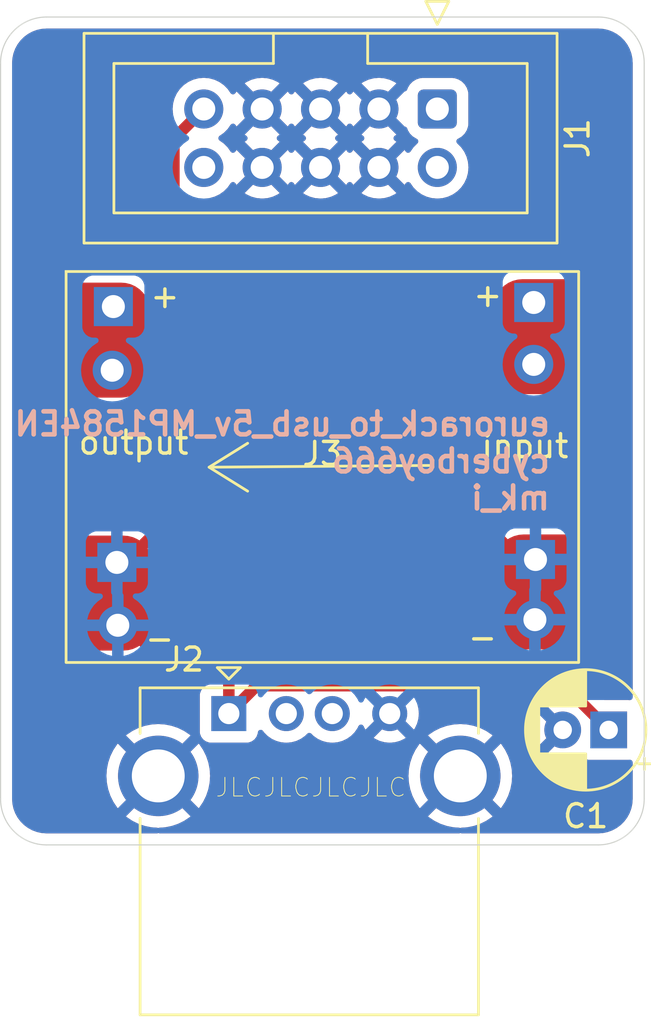
<source format=kicad_pcb>
(kicad_pcb (version 20240108) (generator "pcbnew") (generator_version "8.0")
  (layers (0 "F.Cu" signal) (31 "B.Cu" signal) (34 "B.Paste" user) (35 "F.Paste" user) (36 "B.SilkS" user "B.Silkscreen") (37 "F.SilkS" user "F.Silkscreen") (38 "B.Mask" user) (39 "F.Mask" user) (44 "Edge.Cuts" user))
  (net 0 "")
  (net 1 "GND")
  (net 7 "Net-(J2-VBUS)")
  (net 8 "Net-(J1-Pin_9)")
  (footprint "Connector_USB:USB_A_CONNFLY_DS1095-WNR0" (layer "F.Cu") (at 144.93 106.29)
    (property "Reference" "J2" (at -1.95 -2.35 0) (layer "F.SilkS"))
    (property "Value" "usb-a-horizontal")
    (fp_line (start -3.86 -1.12) (end -3.86 0.86) (stroke (width 0.12)) (layer "F.SilkS"))
    (fp_line (start -3.86 -1.12) (end 10.86 -1.12) (stroke (width 0.12)) (layer "F.SilkS"))
    (fp_line (start -3.86 4.56) (end -3.86 13.1) (stroke (width 0.12)) (layer "F.SilkS"))
    (fp_line (start -3.86 13.1) (end 10.86 13.1) (stroke (width 0.12)) (layer "F.SilkS"))
    (fp_line (start -0.5 -2) (end 0 -1.5) (stroke (width 0.12)) (layer "F.SilkS"))
    (fp_line (start 0 -1.5) (end 0.5 -2) (stroke (width 0.12)) (layer "F.SilkS"))
    (fp_line (start 0.5 -2) (end -0.5 -2) (stroke (width 0.12)) (layer "F.SilkS"))
    (fp_line (start 10.86 0.86) (end 10.86 -1.12) (stroke (width 0.12)) (layer "F.SilkS"))
    (fp_line (start 10.86 4.56) (end 10.86 13.1) (stroke (width 0.12)) (layer "F.SilkS"))
    (pad "1" thru_hole rect (at 0 0) (size 1.524 1.524) (drill 0.92) (layers "*.Cu" "*.Mask") (net 7 "Net-(J2-VBUS)"))
    (pad "2" thru_hole circle (at 2.5 0) (size 1.524 1.524) (drill 0.92) (layers "*.Cu" "*.Mask"))
    (pad "3" thru_hole circle (at 4.5 0) (size 1.524 1.524) (drill 0.92) (layers "*.Cu" "*.Mask"))
    (pad "4" thru_hole circle (at 7 0) (size 1.524 1.524) (drill 0.92) (layers "*.Cu" "*.Mask") (net 1 "GND"))
    (pad "5" thru_hole circle (at -3.07 2.71) (size 3.5 3.5) (drill 2.3) (layers "*.Cu" "*.Mask") (net 1 "GND"))
    (pad "5" thru_hole circle (at 10.07 2.71) (size 3.5 3.5) (drill 2.3) (layers "*.Cu" "*.Mask") (net 1 "GND"))
  )
  (footprint "Capacitor_THT:CP_Radial_D5.0mm_P2.00mm" (layer "F.Cu") (at 161.455112 107 180)
    (property "Reference" "C1" (at 1 -3.75 0) (layer "F.SilkS"))
    (property "Value" "220u")
    (fp_line (start 3.601 -0.284) (end 3.601 0.284) (stroke (width 0.12)) (layer "F.SilkS"))
    (fp_line (start 3.561 -0.518) (end 3.561 0.518) (stroke (width 0.12)) (layer "F.SilkS"))
    (fp_line (start 3.521 -0.677) (end 3.521 0.677) (stroke (width 0.12)) (layer "F.SilkS"))
    (fp_line (start 3.481 -0.805) (end 3.481 0.805) (stroke (width 0.12)) (layer "F.SilkS"))
    (fp_line (start 3.441 -0.915) (end 3.441 0.915) (stroke (width 0.12)) (layer "F.SilkS"))
    (fp_line (start 3.401 -1.011) (end 3.401 1.011) (stroke (width 0.12)) (layer "F.SilkS"))
    (fp_line (start 3.361 -1.098) (end 3.361 1.098) (stroke (width 0.12)) (layer "F.SilkS"))
    (fp_line (start 3.321 -1.178) (end 3.321 1.178) (stroke (width 0.12)) (layer "F.SilkS"))
    (fp_line (start 3.281 -1.251) (end 3.281 1.251) (stroke (width 0.12)) (layer "F.SilkS"))
    (fp_line (start 3.241 -1.319) (end 3.241 1.319) (stroke (width 0.12)) (layer "F.SilkS"))
    (fp_line (start 3.201 -1.383) (end 3.201 1.383) (stroke (width 0.12)) (layer "F.SilkS"))
    (fp_line (start 3.161 -1.443) (end 3.161 1.443) (stroke (width 0.12)) (layer "F.SilkS"))
    (fp_line (start 3.121 -1.5) (end 3.121 1.5) (stroke (width 0.12)) (layer "F.SilkS"))
    (fp_line (start 3.081 -1.554) (end 3.081 1.554) (stroke (width 0.12)) (layer "F.SilkS"))
    (fp_line (start 3.041 -1.605) (end 3.041 1.605) (stroke (width 0.12)) (layer "F.SilkS"))
    (fp_line (start 3.001 1.04) (end 3.001 1.653) (stroke (width 0.12)) (layer "F.SilkS"))
    (fp_line (start 3.001 -1.653) (end 3.001 -1.04) (stroke (width 0.12)) (layer "F.SilkS"))
    (fp_line (start 2.961 1.04) (end 2.961 1.699) (stroke (width 0.12)) (layer "F.SilkS"))
    (fp_line (start 2.961 -1.699) (end 2.961 -1.04) (stroke (width 0.12)) (layer "F.SilkS"))
    (fp_line (start 2.921 1.04) (end 2.921 1.743) (stroke (width 0.12)) (layer "F.SilkS"))
    (fp_line (start 2.921 -1.743) (end 2.921 -1.04) (stroke (width 0.12)) (layer "F.SilkS"))
    (fp_line (start 2.881 1.04) (end 2.881 1.785) (stroke (width 0.12)) (layer "F.SilkS"))
    (fp_line (start 2.881 -1.785) (end 2.881 -1.04) (stroke (width 0.12)) (layer "F.SilkS"))
    (fp_line (start 2.841 1.04) (end 2.841 1.826) (stroke (width 0.12)) (layer "F.SilkS"))
    (fp_line (start 2.841 -1.826) (end 2.841 -1.04) (stroke (width 0.12)) (layer "F.SilkS"))
    (fp_line (start 2.801 1.04) (end 2.801 1.864) (stroke (width 0.12)) (layer "F.SilkS"))
    (fp_line (start 2.801 -1.864) (end 2.801 -1.04) (stroke (width 0.12)) (layer "F.SilkS"))
    (fp_line (start 2.761 1.04) (end 2.761 1.901) (stroke (width 0.12)) (layer "F.SilkS"))
    (fp_line (start 2.761 -1.901) (end 2.761 -1.04) (stroke (width 0.12)) (layer "F.SilkS"))
    (fp_line (start 2.721 1.04) (end 2.721 1.937) (stroke (width 0.12)) (layer "F.SilkS"))
    (fp_line (start 2.721 -1.937) (end 2.721 -1.04) (stroke (width 0.12)) (layer "F.SilkS"))
    (fp_line (start 2.681 1.04) (end 2.681 1.971) (stroke (width 0.12)) (layer "F.SilkS"))
    (fp_line (start 2.681 -1.971) (end 2.681 -1.04) (stroke (width 0.12)) (layer "F.SilkS"))
    (fp_line (start 2.641 1.04) (end 2.641 2.004) (stroke (width 0.12)) (layer "F.SilkS"))
    (fp_line (start 2.641 -2.004) (end 2.641 -1.04) (stroke (width 0.12)) (layer "F.SilkS"))
    (fp_line (start 2.601 1.04) (end 2.601 2.035) (stroke (width 0.12)) (layer "F.SilkS"))
    (fp_line (start 2.601 -2.035) (end 2.601 -1.04) (stroke (width 0.12)) (layer "F.SilkS"))
    (fp_line (start 2.561 1.04) (end 2.561 2.065) (stroke (width 0.12)) (layer "F.SilkS"))
    (fp_line (start 2.561 -2.065) (end 2.561 -1.04) (stroke (width 0.12)) (layer "F.SilkS"))
    (fp_line (start 2.521 1.04) (end 2.521 2.095) (stroke (width 0.12)) (layer "F.SilkS"))
    (fp_line (start 2.521 -2.095) (end 2.521 -1.04) (stroke (width 0.12)) (layer "F.SilkS"))
    (fp_line (start 2.481 1.04) (end 2.481 2.122) (stroke (width 0.12)) (layer "F.SilkS"))
    (fp_line (start 2.481 -2.122) (end 2.481 -1.04) (stroke (width 0.12)) (layer "F.SilkS"))
    (fp_line (start 2.441 1.04) (end 2.441 2.149) (stroke (width 0.12)) (layer "F.SilkS"))
    (fp_line (start 2.441 -2.149) (end 2.441 -1.04) (stroke (width 0.12)) (layer "F.SilkS"))
    (fp_line (start 2.401 1.04) (end 2.401 2.175) (stroke (width 0.12)) (layer "F.SilkS"))
    (fp_line (start 2.401 -2.175) (end 2.401 -1.04) (stroke (width 0.12)) (layer "F.SilkS"))
    (fp_line (start 2.361 1.04) (end 2.361 2.2) (stroke (width 0.12)) (layer "F.SilkS"))
    (fp_line (start 2.361 -2.2) (end 2.361 -1.04) (stroke (width 0.12)) (layer "F.SilkS"))
    (fp_line (start 2.321 1.04) (end 2.321 2.224) (stroke (width 0.12)) (layer "F.SilkS"))
    (fp_line (start 2.321 -2.224) (end 2.321 -1.04) (stroke (width 0.12)) (layer "F.SilkS"))
    (fp_line (start 2.281 1.04) (end 2.281 2.247) (stroke (width 0.12)) (layer "F.SilkS"))
    (fp_line (start 2.281 -2.247) (end 2.281 -1.04) (stroke (width 0.12)) (layer "F.SilkS"))
    (fp_line (start 2.241 1.04) (end 2.241 2.268) (stroke (width 0.12)) (layer "F.SilkS"))
    (fp_line (start 2.241 -2.268) (end 2.241 -1.04) (stroke (width 0.12)) (layer "F.SilkS"))
    (fp_line (start 2.201 1.04) (end 2.201 2.29) (stroke (width 0.12)) (layer "F.SilkS"))
    (fp_line (start 2.201 -2.29) (end 2.201 -1.04) (stroke (width 0.12)) (layer "F.SilkS"))
    (fp_line (start 2.161 1.04) (end 2.161 2.31) (stroke (width 0.12)) (layer "F.SilkS"))
    (fp_line (start 2.161 -2.31) (end 2.161 -1.04) (stroke (width 0.12)) (layer "F.SilkS"))
    (fp_line (start 2.121 1.04) (end 2.121 2.329) (stroke (width 0.12)) (layer "F.SilkS"))
    (fp_line (start 2.121 -2.329) (end 2.121 -1.04) (stroke (width 0.12)) (layer "F.SilkS"))
    (fp_line (start 2.081 1.04) (end 2.081 2.348) (stroke (width 0.12)) (layer "F.SilkS"))
    (fp_line (start 2.081 -2.348) (end 2.081 -1.04) (stroke (width 0.12)) (layer "F.SilkS"))
    (fp_line (start 2.041 1.04) (end 2.041 2.365) (stroke (width 0.12)) (layer "F.SilkS"))
    (fp_line (start 2.041 -2.365) (end 2.041 -1.04) (stroke (width 0.12)) (layer "F.SilkS"))
    (fp_line (start 2.001 1.04) (end 2.001 2.382) (stroke (width 0.12)) (layer "F.SilkS"))
    (fp_line (start 2.001 -2.382) (end 2.001 -1.04) (stroke (width 0.12)) (layer "F.SilkS"))
    (fp_line (start 1.961 1.04) (end 1.961 2.398) (stroke (width 0.12)) (layer "F.SilkS"))
    (fp_line (start 1.961 -2.398) (end 1.961 -1.04) (stroke (width 0.12)) (layer "F.SilkS"))
    (fp_line (start 1.921 1.04) (end 1.921 2.414) (stroke (width 0.12)) (layer "F.SilkS"))
    (fp_line (start 1.921 -2.414) (end 1.921 -1.04) (stroke (width 0.12)) (layer "F.SilkS"))
    (fp_line (start 1.881 1.04) (end 1.881 2.428) (stroke (width 0.12)) (layer "F.SilkS"))
    (fp_line (start 1.881 -2.428) (end 1.881 -1.04) (stroke (width 0.12)) (layer "F.SilkS"))
    (fp_line (start 1.841 1.04) (end 1.841 2.442) (stroke (width 0.12)) (layer "F.SilkS"))
    (fp_line (start 1.841 -2.442) (end 1.841 -1.04) (stroke (width 0.12)) (layer "F.SilkS"))
    (fp_line (start 1.801 1.04) (end 1.801 2.455) (stroke (width 0.12)) (layer "F.SilkS"))
    (fp_line (start 1.801 -2.455) (end 1.801 -1.04) (stroke (width 0.12)) (layer "F.SilkS"))
    (fp_line (start 1.761 1.04) (end 1.761 2.468) (stroke (width 0.12)) (layer "F.SilkS"))
    (fp_line (start 1.761 -2.468) (end 1.761 -1.04) (stroke (width 0.12)) (layer "F.SilkS"))
    (fp_line (start 1.721 1.04) (end 1.721 2.48) (stroke (width 0.12)) (layer "F.SilkS"))
    (fp_line (start 1.721 -2.48) (end 1.721 -1.04) (stroke (width 0.12)) (layer "F.SilkS"))
    (fp_line (start 1.68 1.04) (end 1.68 2.491) (stroke (width 0.12)) (layer "F.SilkS"))
    (fp_line (start 1.68 -2.491) (end 1.68 -1.04) (stroke (width 0.12)) (layer "F.SilkS"))
    (fp_line (start 1.64 1.04) (end 1.64 2.501) (stroke (width 0.12)) (layer "F.SilkS"))
    (fp_line (start 1.64 -2.501) (end 1.64 -1.04) (stroke (width 0.12)) (layer "F.SilkS"))
    (fp_line (start 1.6 1.04) (end 1.6 2.511) (stroke (width 0.12)) (layer "F.SilkS"))
    (fp_line (start 1.6 -2.511) (end 1.6 -1.04) (stroke (width 0.12)) (layer "F.SilkS"))
    (fp_line (start 1.56 1.04) (end 1.56 2.52) (stroke (width 0.12)) (layer "F.SilkS"))
    (fp_line (start 1.56 -2.52) (end 1.56 -1.04) (stroke (width 0.12)) (layer "F.SilkS"))
    (fp_line (start 1.52 1.04) (end 1.52 2.528) (stroke (width 0.12)) (layer "F.SilkS"))
    (fp_line (start 1.52 -2.528) (end 1.52 -1.04) (stroke (width 0.12)) (layer "F.SilkS"))
    (fp_line (start 1.48 1.04) (end 1.48 2.536) (stroke (width 0.12)) (layer "F.SilkS"))
    (fp_line (start 1.48 -2.536) (end 1.48 -1.04) (stroke (width 0.12)) (layer "F.SilkS"))
    (fp_line (start 1.44 1.04) (end 1.44 2.543) (stroke (width 0.12)) (layer "F.SilkS"))
    (fp_line (start 1.44 -2.543) (end 1.44 -1.04) (stroke (width 0.12)) (layer "F.SilkS"))
    (fp_line (start 1.4 1.04) (end 1.4 2.55) (stroke (width 0.12)) (layer "F.SilkS"))
    (fp_line (start 1.4 -2.55) (end 1.4 -1.04) (stroke (width 0.12)) (layer "F.SilkS"))
    (fp_line (start 1.36 1.04) (end 1.36 2.556) (stroke (width 0.12)) (layer "F.SilkS"))
    (fp_line (start 1.36 -2.556) (end 1.36 -1.04) (stroke (width 0.12)) (layer "F.SilkS"))
    (fp_line (start 1.32 1.04) (end 1.32 2.561) (stroke (width 0.12)) (layer "F.SilkS"))
    (fp_line (start 1.32 -2.561) (end 1.32 -1.04) (stroke (width 0.12)) (layer "F.SilkS"))
    (fp_line (start 1.28 1.04) (end 1.28 2.565) (stroke (width 0.12)) (layer "F.SilkS"))
    (fp_line (start 1.28 -2.565) (end 1.28 -1.04) (stroke (width 0.12)) (layer "F.SilkS"))
    (fp_line (start 1.24 1.04) (end 1.24 2.569) (stroke (width 0.12)) (layer "F.SilkS"))
    (fp_line (start 1.24 -2.569) (end 1.24 -1.04) (stroke (width 0.12)) (layer "F.SilkS"))
    (fp_line (start 1.2 1.04) (end 1.2 2.573) (stroke (width 0.12)) (layer "F.SilkS"))
    (fp_line (start 1.2 -2.573) (end 1.2 -1.04) (stroke (width 0.12)) (layer "F.SilkS"))
    (fp_line (start 1.16 1.04) (end 1.16 2.576) (stroke (width 0.12)) (layer "F.SilkS"))
    (fp_line (start 1.16 -2.576) (end 1.16 -1.04) (stroke (width 0.12)) (layer "F.SilkS"))
    (fp_line (start 1.12 1.04) (end 1.12 2.578) (stroke (width 0.12)) (layer "F.SilkS"))
    (fp_line (start 1.12 -2.578) (end 1.12 -1.04) (stroke (width 0.12)) (layer "F.SilkS"))
    (fp_line (start 1.08 1.04) (end 1.08 2.579) (stroke (width 0.12)) (layer "F.SilkS"))
    (fp_line (start 1.08 -2.579) (end 1.08 -1.04) (stroke (width 0.12)) (layer "F.SilkS"))
    (fp_line (start 1.04 1.04) (end 1.04 2.58) (stroke (width 0.12)) (layer "F.SilkS"))
    (fp_line (start 1.04 -2.58) (end 1.04 -1.04) (stroke (width 0.12)) (layer "F.SilkS"))
    (fp_line (start 1 1.04) (end 1 2.58) (stroke (width 0.12)) (layer "F.SilkS"))
    (fp_line (start 1 -2.58) (end 1 -1.04) (stroke (width 0.12)) (layer "F.SilkS"))
    (fp_line (start -1.554775 -1.725) (end -1.554775 -1.225) (stroke (width 0.12)) (layer "F.SilkS"))
    (fp_line (start -1.804775 -1.475) (end -1.304775 -1.475) (stroke (width 0.12)) (layer "F.SilkS"))
    (fp_circle (center 1 0) (end 3.62 0) (stroke (width 0.12)) (fill none) (layer "F.SilkS"))
    (pad "1" thru_hole rect (at 0 0 180) (size 1.6 1.6) (drill 0.8) (layers "*.Cu" "*.Mask") (net 7 "Net-(J2-VBUS)"))
    (pad "2" thru_hole circle (at 2 0 180) (size 1.6 1.6) (drill 0.8) (layers "*.Cu" "*.Mask") (net 1 "GND"))
  )
  (footprint "lib_fp:MP1584EN_stepdown_module" (layer "F.Cu") (at 149 95.5)
    (property "Reference" "J3" (at 0 -0.5 0) (layer "F.SilkS"))
    (property "Value" "MP1584EN_5v_stepdown")
    (fp_line (start -4.9276 0.0762) (end -3.2512 -0.9652) (stroke (width 0.12)) (layer "F.SilkS"))
    (fp_line (start -4.9276 0.0762) (end -3.2512 1.1176) (stroke (width 0.12)) (layer "F.SilkS"))
    (fp_line (start 4.6482 0) (end -4.9276 0.0762) (stroke (width 0.12)) (layer "F.SilkS"))
    (fp_rect (start -11.15 -8.4328) (end 11.15 8.5672) (stroke (width 0.12)) (fill none) (layer "F.SilkS"))
    (fp_text user "input" (at 6.8326 -0.254 0) (layer "F.SilkS") (effects (justify left bottom)))
    (fp_text user "-" (at 6.2484 8.0518 0) (layer "F.SilkS") (effects (justify left bottom)))
    (fp_text user "+" (at -7.5692 -6.7818 0) (layer "F.SilkS") (effects (justify left bottom)))
    (fp_text user "output" (at -10.6934 -0.4064 0) (layer "F.SilkS") (effects (justify left bottom)))
    (fp_text user "-" (at -7.7978 8.1026 0) (layer "F.SilkS") (effects (justify left bottom)))
    (fp_text user "+" (at 6.477 -6.8326 0) (layer "F.SilkS") (effects (justify left bottom)))
    (pad "1" thru_hole rect (at 9.1948 -7.0866) (size 1.7 1.7) (drill 1) (layers "*.Cu" "*.Mask") (net 8 "Net-(J1-Pin_9)"))
    (pad "1" thru_hole oval (at 9.1948 -4.3942) (size 1.7 1.7) (drill 1) (layers "*.Cu" "*.Mask") (net 8 "Net-(J1-Pin_9)"))
    (pad "1" smd roundrect (at 9.95 -5.6) (size 5 5) (layers "F.Cu" "F.Paste" "F.Mask") (net 8 "Net-(J1-Pin_9)"))
    (pad "2" thru_hole oval (at 9.2456 6.7056) (size 1.7 1.7) (drill 1) (layers "*.Cu" "*.Mask") (net 1 "GND"))
    (pad "2" thru_hole rect (at 9.271 4.0894) (size 1.7 1.7) (drill 1) (layers "*.Cu" "*.Mask") (net 1 "GND"))
    (pad "2" smd roundrect (at 10 5.5) (size 5 5) (layers "F.Cu" "F.Paste" "F.Mask") (net 1 "GND"))
    (pad "3" smd roundrect (at -9.9 5.55) (size 5 5) (layers "F.Cu" "F.Paste" "F.Mask") (net 1 "GND"))
    (pad "3" thru_hole rect (at -8.9408 4.2164) (size 1.7 1.7) (drill 1) (layers "*.Cu" "*.Mask") (net 1 "GND"))
    (pad "3" thru_hole oval (at -8.9 6.95) (size 1.7 1.7) (drill 1) (layers "*.Cu" "*.Mask") (net 1 "GND"))
    (pad "4" smd roundrect (at -10 -5.45) (size 5 5) (layers "F.Cu" "F.Paste" "F.Mask") (net 7 "Net-(J2-VBUS)"))
    (pad "4" thru_hole oval (at -9.144 -4.1402) (size 1.7 1.7) (drill 1) (layers "*.Cu" "*.Mask") (net 7 "Net-(J2-VBUS)"))
    (pad "4" thru_hole rect (at -9.0932 -6.9088) (size 1.7 1.7) (drill 1) (layers "*.Cu" "*.Mask") (net 7 "Net-(J2-VBUS)"))
  )
  (footprint "Connector_IDC:IDC-Header_2x05_P2.54mm_Vertical" (layer "F.Cu") (at 154 80 -90)
    (property "Reference" "J1" (at 1.27 -6.1 -90) (layer "F.SilkS"))
    (property "Value" "power_16pin_eurorack")
    (fp_line (start -3.29 15.37) (end -3.29 -5.21) (stroke (width 0.12)) (layer "F.SilkS"))
    (fp_line (start 5.83 15.37) (end -3.29 15.37) (stroke (width 0.12)) (layer "F.SilkS"))
    (fp_line (start -1.98 14.07) (end -1.98 7.13) (stroke (width 0.12)) (layer "F.SilkS"))
    (fp_line (start 4.52 14.07) (end -1.98 14.07) (stroke (width 0.12)) (layer "F.SilkS"))
    (fp_line (start -1.98 7.13) (end -3.29 7.13) (stroke (width 0.12)) (layer "F.SilkS"))
    (fp_line (start -1.98 7.13) (end -1.98 7.13) (stroke (width 0.12)) (layer "F.SilkS"))
    (fp_line (start -3.29 3.03) (end -1.98 3.03) (stroke (width 0.12)) (layer "F.SilkS"))
    (fp_line (start -1.98 3.03) (end -1.98 -3.91) (stroke (width 0.12)) (layer "F.SilkS"))
    (fp_line (start -4.68 0.5) (end -3.68 0) (stroke (width 0.12)) (layer "F.SilkS"))
    (fp_line (start -3.68 0) (end -4.68 -0.5) (stroke (width 0.12)) (layer "F.SilkS"))
    (fp_line (start -4.68 -0.5) (end -4.68 0.5) (stroke (width 0.12)) (layer "F.SilkS"))
    (fp_line (start -1.98 -3.91) (end 4.52 -3.91) (stroke (width 0.12)) (layer "F.SilkS"))
    (fp_line (start 4.52 -3.91) (end 4.52 14.07) (stroke (width 0.12)) (layer "F.SilkS"))
    (fp_line (start -3.29 -5.21) (end 5.83 -5.21) (stroke (width 0.12)) (layer "F.SilkS"))
    (fp_line (start 5.83 -5.21) (end 5.83 15.37) (stroke (width 0.12)) (layer "F.SilkS"))
    (pad "1" thru_hole roundrect (at 0 0 270) (size 1.7 1.7) (drill 1) (layers "*.Cu" "*.Mask") (roundrect_rratio 0.147059))
    (pad "2" thru_hole circle (at 2.54 0 270) (size 1.7 1.7) (drill 1) (layers "*.Cu" "*.Mask"))
    (pad "3" thru_hole circle (at 0 2.54 270) (size 1.7 1.7) (drill 1) (layers "*.Cu" "*.Mask") (net 1 "GND"))
    (pad "4" thru_hole circle (at 2.54 2.54 270) (size 1.7 1.7) (drill 1) (layers "*.Cu" "*.Mask") (net 1 "GND"))
    (pad "5" thru_hole circle (at 0 5.08 270) (size 1.7 1.7) (drill 1) (layers "*.Cu" "*.Mask") (net 1 "GND"))
    (pad "6" thru_hole circle (at 2.54 5.08 270) (size 1.7 1.7) (drill 1) (layers "*.Cu" "*.Mask") (net 1 "GND"))
    (pad "7" thru_hole circle (at 0 7.62 270) (size 1.7 1.7) (drill 1) (layers "*.Cu" "*.Mask") (net 1 "GND"))
    (pad "8" thru_hole circle (at 2.54 7.62 270) (size 1.7 1.7) (drill 1) (layers "*.Cu" "*.Mask") (net 1 "GND"))
    (pad "9" thru_hole circle (at 0 10.16 270) (size 1.7 1.7) (drill 1) (layers "*.Cu" "*.Mask") (net 8 "Net-(J1-Pin_9)"))
    (pad "10" thru_hole circle (at 2.54 10.16 270) (size 1.7 1.7) (drill 1) (layers "*.Cu" "*.Mask"))
  )
  (gr_arc (start 137 112) (mid 135.585786 111.414214) (end 135 110) (stroke (width 0.05)) (layer "Edge.Cuts"))
  (gr_arc (start 135 78) (mid 135.585786 76.585786) (end 137 76) (stroke (width 0.05)) (layer "Edge.Cuts"))
  (gr_line (start 161 76) (end 137 76) (stroke (width 0.05)) (layer "Edge.Cuts"))
  (gr_arc (start 163 110) (mid 162.414214 111.414214) (end 161 112) (stroke (width 0.05)) (layer "Edge.Cuts"))
  (gr_arc (start 161 76) (mid 162.414214 76.585786) (end 163 78) (stroke (width 0.05)) (layer "Edge.Cuts"))
  (gr_line (start 161 112) (end 137 112) (stroke (width 0.05)) (layer "Edge.Cuts"))
  (gr_line (start 135 78) (end 135 110) (stroke (width 0.05)) (layer "Edge.Cuts"))
  (gr_line (start 163 78) (end 163 110) (stroke (width 0.05)) (layer "Edge.Cuts"))
  (gr_text "eurorack_to_usb_5v_MP1584EN\ncyberboy666\nmk_i" (at 159 97.5 0) (layer "B.SilkS") (effects (font (size 1 1) (thickness 0.2) (bold yes)) (justify left bottom mirror)))
  (gr_text "JLCJLCJLCJLC" (at 148.5 109.5 0) (layer "F.SilkS") (effects (font (size 0.81 0.81) (thickness 0.03775))))
  (segment (start 139.856 91.3598) (end 144.93 96.4338) (width 0.5) (layer "F.Cu") (net 7))
  (segment (start 159.533112 105.078) (end 161.455112 107) (width 0.5) (layer "F.Cu") (net 7))
  (segment (start 144.93 106.29) (end 146.142 105.078) (width 0.5) (layer "F.Cu") (net 7))
  (segment (start 146.142 105.078) (end 159.533112 105.078) (width 0.5) (layer "F.Cu") (net 7))
  (segment (start 144.93 96.4338) (end 144.93 106.29) (width 0.5) (layer "F.Cu") (net 7))
  (segment (start 142.54 81.3) (end 142.54 83.54) (width 0.5) (layer "F.Cu") (net 8))
  (segment (start 147.4134 88.4134) (end 158.1948 88.4134) (width 0.5) (layer "F.Cu") (net 8))
  (segment (start 142.54 83.54) (end 147.4134 88.4134) (width 0.5) (layer "F.Cu") (net 8))
  (segment (start 143.84 80) (end 142.54 81.3) (width 0.5) (layer "F.Cu") (net 8))
  (zone (net 1) (net_name "GND") (layers "F&B.Cu") (connect_pads (clearance 0.5)) (min_thickness 0.25) (fill yes (thermal_gap 0.5) (thermal_bridge_width 0.5))
    (polygon (pts (xy 135 76) (xy 163 76) (xy 163 112) (xy 135 112)))
  )
)
</source>
